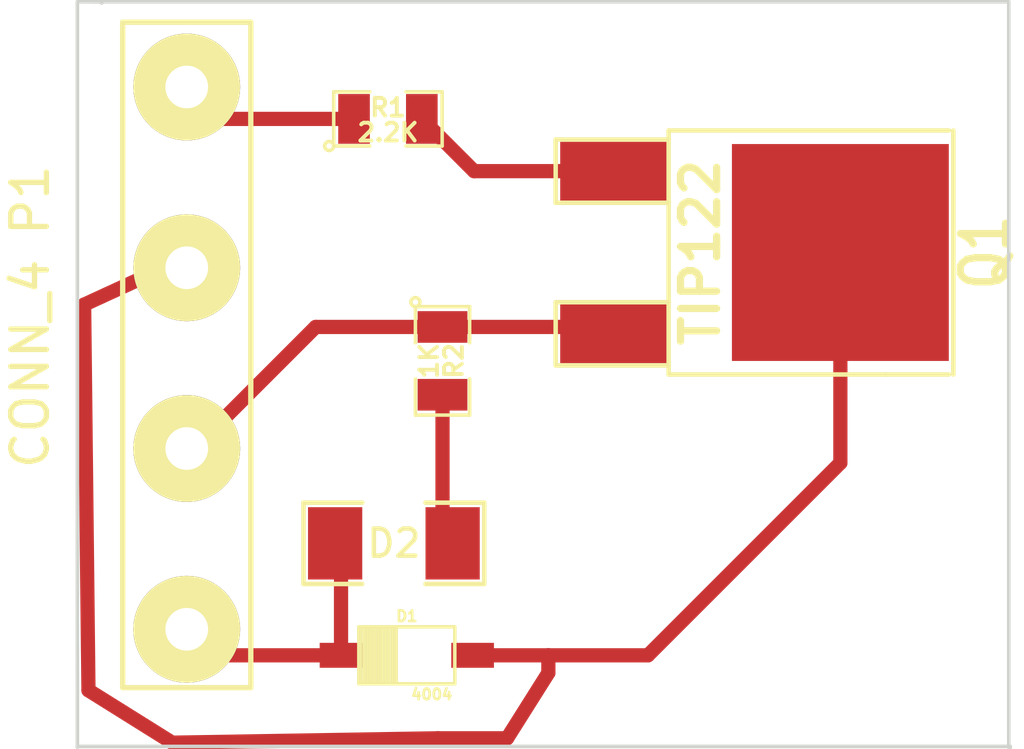
<source format=kicad_pcb>
(kicad_pcb (version 3) (host pcbnew "(2013-07-07 BZR 4022)-stable")

  (general
    (links 9)
    (no_connects 0)
    (area 14.587 18.618999 43.23188 39.681621)
    (thickness 1.6)
    (drawings 7)
    (tracks 26)
    (zones 0)
    (modules 6)
    (nets 7)
  )

  (page A3)
  (layers
    (15 F.Cu signal)
    (0 B.Cu signal)
    (16 B.Adhes user)
    (17 F.Adhes user)
    (18 B.Paste user)
    (19 F.Paste user)
    (20 B.SilkS user)
    (21 F.SilkS user)
    (22 B.Mask user)
    (23 F.Mask user)
    (24 Dwgs.User user)
    (25 Cmts.User user)
    (26 Eco1.User user)
    (27 Eco2.User user)
    (28 Edge.Cuts user)
  )

  (setup
    (last_trace_width 0.4)
    (trace_clearance 0.25)
    (zone_clearance 0.508)
    (zone_45_only no)
    (trace_min 0.254)
    (segment_width 0.2)
    (edge_width 0.1)
    (via_size 1.27)
    (via_drill 0.635)
    (via_min_size 1.27)
    (via_min_drill 0.508)
    (uvia_size 0.508)
    (uvia_drill 0.127)
    (uvias_allowed no)
    (uvia_min_size 0.508)
    (uvia_min_drill 0.127)
    (pcb_text_width 0.3)
    (pcb_text_size 1.5 1.5)
    (mod_edge_width 0.15)
    (mod_text_size 1 1)
    (mod_text_width 0.15)
    (pad_size 3 3)
    (pad_drill 1.2)
    (pad_to_mask_clearance 0)
    (aux_axis_origin 0 0)
    (visible_elements 7FFFFFFF)
    (pcbplotparams
      (layerselection 268468225)
      (usegerberextensions true)
      (excludeedgelayer true)
      (linewidth 0.150000)
      (plotframeref false)
      (viasonmask false)
      (mode 1)
      (useauxorigin false)
      (hpglpennumber 1)
      (hpglpenspeed 20)
      (hpglpendiameter 15)
      (hpglpenoverlay 2)
      (psnegative false)
      (psa4output false)
      (plotreference true)
      (plotvalue true)
      (plotothertext true)
      (plotinvisibletext false)
      (padsonsilk false)
      (subtractmaskfromsilk false)
      (outputformat 1)
      (mirror false)
      (drillshape 0)
      (scaleselection 1)
      (outputdirectory "//psf/Home/Documents/Lettuce Buddy HW/LadyBug Hydro/Ladybug Pump/GerbersFromKicad/8th Try/"))
  )

  (net 0 "")
  (net 1 +12V)
  (net 2 /ARD)
  (net 3 /Switch)
  (net 4 GND)
  (net 5 N-000002)
  (net 6 N-000005)

  (net_class Default "This is the default net class."
    (clearance 0.25)
    (trace_width 0.4)
    (via_dia 1.27)
    (via_drill 0.635)
    (uvia_dia 0.508)
    (uvia_drill 0.127)
    (add_net "")
    (add_net +12V)
    (add_net /ARD)
    (add_net /Switch)
    (add_net GND)
    (add_net N-000002)
    (add_net N-000005)
  )

  (module SOD-123 (layer F.Cu) (tedit 4C3ED0DD) (tstamp 54F98A18)
    (at 25.9969 37.03574 180)
    (path /54F97DFE)
    (fp_text reference D1 (at 0 1.09982 180) (layer F.SilkS)
      (effects (font (size 0.29972 0.29972) (thickness 0.0762)))
    )
    (fp_text value 4004 (at -0.70104 -1.09982 180) (layer F.SilkS)
      (effects (font (size 0.29972 0.29972) (thickness 0.0762)))
    )
    (fp_line (start 0.29972 -0.8001) (end 0.29972 0.8001) (layer F.SilkS) (width 0.09906))
    (fp_line (start 0.39878 -0.8001) (end 0.39878 0.8001) (layer F.SilkS) (width 0.09906))
    (fp_line (start 0.50038 0.8001) (end 0.50038 -0.8001) (layer F.SilkS) (width 0.09906))
    (fp_line (start 0.59944 -0.8001) (end 0.59944 0.8001) (layer F.SilkS) (width 0.09906))
    (fp_line (start 0.70104 0.8001) (end 0.70104 -0.8001) (layer F.SilkS) (width 0.09906))
    (fp_line (start 1.30048 -0.8001) (end 1.30048 0.7493) (layer F.SilkS) (width 0.09906))
    (fp_line (start 1.19888 0.8001) (end 1.19888 -0.8001) (layer F.SilkS) (width 0.09906))
    (fp_line (start 1.09982 0.8001) (end 1.09982 -0.8001) (layer F.SilkS) (width 0.09906))
    (fp_line (start 1.00076 -0.8001) (end 1.00076 0.8001) (layer F.SilkS) (width 0.09906))
    (fp_line (start 0.89916 0.8001) (end 0.89916 -0.8001) (layer F.SilkS) (width 0.09906))
    (fp_line (start 0.8001 -0.8001) (end 0.8001 0.8001) (layer F.SilkS) (width 0.09906))
    (fp_line (start -1.34874 -0.8001) (end 1.34874 -0.8001) (layer F.SilkS) (width 0.09906))
    (fp_line (start 1.34874 -0.8001) (end 1.34874 0.8001) (layer F.SilkS) (width 0.09906))
    (fp_line (start 1.34874 0.8001) (end -1.34874 0.8001) (layer F.SilkS) (width 0.09906))
    (fp_line (start -1.34874 0.8001) (end -1.34874 -0.8001) (layer F.SilkS) (width 0.09906))
    (pad 1 smd rect (at -1.84912 0 180) (size 1.19888 0.70104)
      (layers F.Cu F.Paste F.Mask)
      (net 3 /Switch)
      (clearance 0.14986)
    )
    (pad 2 smd rect (at 1.84912 0 180) (size 1.19888 0.70104)
      (layers F.Cu F.Paste F.Mask)
      (net 1 +12V)
      (clearance 0.14986)
    )
  )

  (module SM1206 (layer F.Cu) (tedit 42806E24) (tstamp 54F98A24)
    (at 25.63368 33.88868)
    (path /54F9896B)
    (attr smd)
    (fp_text reference D2 (at 0 0) (layer F.SilkS)
      (effects (font (size 0.762 0.762) (thickness 0.127)))
    )
    (fp_text value LED (at 0 0) (layer F.SilkS) hide
      (effects (font (size 0.762 0.762) (thickness 0.127)))
    )
    (fp_line (start -2.54 -1.143) (end -2.54 1.143) (layer F.SilkS) (width 0.127))
    (fp_line (start -2.54 1.143) (end -0.889 1.143) (layer F.SilkS) (width 0.127))
    (fp_line (start 0.889 -1.143) (end 2.54 -1.143) (layer F.SilkS) (width 0.127))
    (fp_line (start 2.54 -1.143) (end 2.54 1.143) (layer F.SilkS) (width 0.127))
    (fp_line (start 2.54 1.143) (end 0.889 1.143) (layer F.SilkS) (width 0.127))
    (fp_line (start -0.889 -1.143) (end -2.54 -1.143) (layer F.SilkS) (width 0.127))
    (pad 1 smd rect (at -1.651 0) (size 1.524 2.032)
      (layers F.Cu F.Paste F.Mask)
      (net 1 +12V)
    )
    (pad 2 smd rect (at 1.651 0) (size 1.524 2.032)
      (layers F.Cu F.Paste F.Mask)
      (net 5 N-000002)
    )
    (model smd/chip_cms.wrl
      (at (xyz 0 0 0))
      (scale (xyz 0.17 0.16 0.16))
      (rotate (xyz 0 0 0))
    )
  )

  (module SM0805 (layer F.Cu) (tedit 5091495C) (tstamp 54F98A31)
    (at 25.46604 21.96084)
    (path /54F97DF8)
    (attr smd)
    (fp_text reference R1 (at 0 -0.3175) (layer F.SilkS)
      (effects (font (size 0.50038 0.50038) (thickness 0.10922)))
    )
    (fp_text value 2.2K (at 0 0.381) (layer F.SilkS)
      (effects (font (size 0.50038 0.50038) (thickness 0.10922)))
    )
    (fp_circle (center -1.651 0.762) (end -1.651 0.635) (layer F.SilkS) (width 0.09906))
    (fp_line (start -0.508 0.762) (end -1.524 0.762) (layer F.SilkS) (width 0.09906))
    (fp_line (start -1.524 0.762) (end -1.524 -0.762) (layer F.SilkS) (width 0.09906))
    (fp_line (start -1.524 -0.762) (end -0.508 -0.762) (layer F.SilkS) (width 0.09906))
    (fp_line (start 0.508 -0.762) (end 1.524 -0.762) (layer F.SilkS) (width 0.09906))
    (fp_line (start 1.524 -0.762) (end 1.524 0.762) (layer F.SilkS) (width 0.09906))
    (fp_line (start 1.524 0.762) (end 0.508 0.762) (layer F.SilkS) (width 0.09906))
    (pad 1 smd rect (at -0.9525 0) (size 0.889 1.397)
      (layers F.Cu F.Paste F.Mask)
      (net 2 /ARD)
    )
    (pad 2 smd rect (at 0.9525 0) (size 0.889 1.397)
      (layers F.Cu F.Paste F.Mask)
      (net 6 N-000005)
    )
    (model smd/chip_cms.wrl
      (at (xyz 0 0 0))
      (scale (xyz 0.1 0.1 0.1))
      (rotate (xyz 0 0 0))
    )
  )

  (module SM0805 (layer F.Cu) (tedit 5091495C) (tstamp 54F98A3E)
    (at 27.0002 28.76042 270)
    (path /54F98971)
    (attr smd)
    (fp_text reference R2 (at 0 -0.3175 270) (layer F.SilkS)
      (effects (font (size 0.50038 0.50038) (thickness 0.10922)))
    )
    (fp_text value 1K (at 0 0.381 270) (layer F.SilkS)
      (effects (font (size 0.50038 0.50038) (thickness 0.10922)))
    )
    (fp_circle (center -1.651 0.762) (end -1.651 0.635) (layer F.SilkS) (width 0.09906))
    (fp_line (start -0.508 0.762) (end -1.524 0.762) (layer F.SilkS) (width 0.09906))
    (fp_line (start -1.524 0.762) (end -1.524 -0.762) (layer F.SilkS) (width 0.09906))
    (fp_line (start -1.524 -0.762) (end -0.508 -0.762) (layer F.SilkS) (width 0.09906))
    (fp_line (start 0.508 -0.762) (end 1.524 -0.762) (layer F.SilkS) (width 0.09906))
    (fp_line (start 1.524 -0.762) (end 1.524 0.762) (layer F.SilkS) (width 0.09906))
    (fp_line (start 1.524 0.762) (end 0.508 0.762) (layer F.SilkS) (width 0.09906))
    (pad 1 smd rect (at -0.9525 0 270) (size 0.889 1.397)
      (layers F.Cu F.Paste F.Mask)
      (net 4 GND)
    )
    (pad 2 smd rect (at 0.9525 0 270) (size 0.889 1.397)
      (layers F.Cu F.Paste F.Mask)
      (net 5 N-000002)
    )
    (model smd/chip_cms.wrl
      (at (xyz 0 0 0))
      (scale (xyz 0.1 0.1 0.1))
      (rotate (xyz 0 0 0))
    )
  )

  (module DPAK2 (layer F.Cu) (tedit 451BAACE) (tstamp 54FDF08E)
    (at 31.83128 25.71496 270)
    (descr "MOS boitier DPACK G-D-S")
    (tags "CMD DPACK")
    (path /54F97DF2)
    (attr smd)
    (fp_text reference Q1 (at 0 -10.414 270) (layer F.SilkS)
      (effects (font (size 1.27 1.016) (thickness 0.2032)))
    )
    (fp_text value TIP122 (at 0 -2.413 270) (layer F.SilkS)
      (effects (font (size 1.016 1.016) (thickness 0.2032)))
    )
    (fp_line (start 1.397 -1.524) (end 1.397 1.651) (layer F.SilkS) (width 0.127))
    (fp_line (start 1.397 1.651) (end 3.175 1.651) (layer F.SilkS) (width 0.127))
    (fp_line (start 3.175 1.651) (end 3.175 -1.524) (layer F.SilkS) (width 0.127))
    (fp_line (start -3.175 -1.524) (end -3.175 1.651) (layer F.SilkS) (width 0.127))
    (fp_line (start -3.175 1.651) (end -1.397 1.651) (layer F.SilkS) (width 0.127))
    (fp_line (start -1.397 1.651) (end -1.397 -1.524) (layer F.SilkS) (width 0.127))
    (fp_line (start 3.429 -7.62) (end 3.429 -1.524) (layer F.SilkS) (width 0.127))
    (fp_line (start 3.429 -1.524) (end -3.429 -1.524) (layer F.SilkS) (width 0.127))
    (fp_line (start -3.429 -1.524) (end -3.429 -9.398) (layer F.SilkS) (width 0.127))
    (fp_line (start -3.429 -9.525) (end 3.429 -9.525) (layer F.SilkS) (width 0.127))
    (fp_line (start 3.429 -9.398) (end 3.429 -7.62) (layer F.SilkS) (width 0.127))
    (pad 1 smd rect (at -2.286 0 270) (size 1.651 3.048)
      (layers F.Cu F.Paste F.Mask)
      (net 6 N-000005)
    )
    (pad 2 smd rect (at 0 -6.35 270) (size 6.096 6.096)
      (layers F.Cu F.Paste F.Mask)
      (net 3 /Switch)
    )
    (pad 3 smd rect (at 2.286 0 270) (size 1.651 3.048)
      (layers F.Cu F.Paste F.Mask)
      (net 4 GND)
    )
    (model smd/dpack_2.wrl
      (at (xyz 0 0 0))
      (scale (xyz 1 1 1))
      (rotate (xyz 0 0 0))
    )
  )

  (module LB_CONN_WIDE_4 (layer F.Cu) (tedit 5501836B) (tstamp 550183CE)
    (at 19.812 26.14422 270)
    (path /54F98004)
    (fp_text reference P1 (at -1.9 4.4 270) (layer F.SilkS)
      (effects (font (size 1 1) (thickness 0.15)))
    )
    (fp_text value CONN_4 (at 2.7 4.4 270) (layer F.SilkS)
      (effects (font (size 1 1) (thickness 0.15)))
    )
    (fp_line (start -6.9 -1.8) (end 11.8 -1.8) (layer F.SilkS) (width 0.15))
    (fp_line (start 11.8 -1.8) (end 11.8 1.8) (layer F.SilkS) (width 0.15))
    (fp_line (start 11.8 1.8) (end -6.9 1.8) (layer F.SilkS) (width 0.15))
    (fp_line (start -6.9 1.8) (end -6.9 -1.8) (layer F.SilkS) (width 0.15))
    (pad 1 thru_hole circle (at -5.08 0 270) (size 3 3) (drill 1.2)
      (layers *.Cu *.Mask F.SilkS)
      (net 2 /ARD)
    )
    (pad 2 thru_hole circle (at 0 0 270) (size 3 3) (drill 1.2)
      (layers *.Cu *.Mask F.SilkS)
      (net 3 /Switch)
    )
    (pad 3 thru_hole circle (at 5.08 0 270) (size 3 3) (drill 1.2)
      (layers *.Cu *.Mask F.SilkS)
      (net 4 GND)
    )
    (pad 4 thru_hole circle (at 10.16 0 270) (size 3 3) (drill 1.2)
      (layers *.Cu *.Mask F.SilkS)
      (net 1 +12V)
    )
  )

  (gr_line (start 42.95648 39.59606) (end 42.95648 39.63162) (angle 90) (layer Edge.Cuts) (width 0.1))
  (gr_line (start 16.73098 39.59606) (end 42.95648 39.59606) (angle 90) (layer Edge.Cuts) (width 0.1))
  (gr_line (start 17.4244 18.669) (end 17.4244 18.7071) (angle 90) (layer Edge.Cuts) (width 0.1))
  (gr_line (start 16.7386 18.669) (end 17.4244 18.669) (angle 90) (layer Edge.Cuts) (width 0.1))
  (gr_line (start 16.7386 39.624) (end 16.7386 18.669) (angle 90) (layer Edge.Cuts) (width 0.1))
  (gr_line (start 42.9133 18.669) (end 42.9133 39.624) (angle 90) (layer Edge.Cuts) (width 0.1))
  (gr_line (start 17.1196 18.669) (end 42.9133 18.669) (angle 90) (layer Edge.Cuts) (width 0.1))

  (segment (start 24.14778 37.03574) (end 20.72386 37.03574) (width 0.4) (layer F.Cu) (net 1))
  (segment (start 20.72386 37.03574) (end 20.00504 36.31692) (width 0.4) (layer F.Cu) (net 1) (tstamp 54FDF31F))
  (segment (start 24.14778 37.03574) (end 24.14778 34.05378) (width 0.4) (layer F.Cu) (net 1))
  (segment (start 24.14778 34.05378) (end 23.98268 33.88868) (width 0.4) (layer F.Cu) (net 1) (tstamp 54FDF31C))
  (segment (start 24.51354 21.96084) (end 20.88896 21.96084) (width 0.4) (layer F.Cu) (net 2))
  (segment (start 20.88896 21.96084) (end 20.00504 21.07692) (width 0.4) (layer F.Cu) (net 2) (tstamp 54FDF300))
  (segment (start 26.867688 39.36746) (end 28.815795 39.36746) (width 0.4) (layer F.Cu) (net 3))
  (segment (start 29.97454 37.53003) (end 29.97454 37.03574) (width 0.4) (layer F.Cu) (net 3) (tstamp 5501842D))
  (segment (start 28.815795 39.36746) (end 29.97454 37.53003) (width 0.4) (layer F.Cu) (net 3) (tstamp 5501842C))
  (segment (start 27.84602 37.03574) (end 29.97454 37.03574) (width 0.4) (layer F.Cu) (net 3) (status 400000))
  (segment (start 29.97454 37.03574) (end 32.77362 37.03574) (width 0.4) (layer F.Cu) (net 3) (tstamp 55018430))
  (segment (start 32.77362 37.03574) (end 38.18128 31.62808) (width 0.4) (layer F.Cu) (net 3) (tstamp 55018421))
  (segment (start 38.18128 31.62808) (end 38.18128 25.71496) (width 0.4) (layer F.Cu) (net 3) (tstamp 55018426) (status 800000))
  (segment (start 20.00504 26.15692) (end 19.15414 26.15692) (width 0.4) (layer F.Cu) (net 3))
  (segment (start 19.402906 39.491224) (end 26.867688 39.36746) (width 0.4) (layer F.Cu) (net 3) (tstamp 54FDF326))
  (segment (start 17.049816 38.019875) (end 19.402906 39.491224) (width 0.4) (layer F.Cu) (net 3) (tstamp 54FDF324))
  (segment (start 16.92805 27.179851) (end 17.049816 38.019875) (width 0.4) (layer F.Cu) (net 3) (tstamp 54FDF323))
  (segment (start 19.15414 26.15692) (end 16.92805 27.179851) (width 0.4) (layer F.Cu) (net 3) (tstamp 54FDF322))
  (segment (start 27.0002 27.80792) (end 31.63824 27.80792) (width 0.4) (layer F.Cu) (net 4))
  (segment (start 31.63824 27.80792) (end 31.83128 28.00096) (width 0.4) (layer F.Cu) (net 4) (tstamp 54FDF390))
  (segment (start 27.0002 27.80792) (end 23.43404 27.80792) (width 0.4) (layer F.Cu) (net 4))
  (segment (start 23.43404 27.80792) (end 20.00504 31.23692) (width 0.4) (layer F.Cu) (net 4) (tstamp 54FDF30F))
  (segment (start 27.0002 29.71292) (end 27.0002 33.6042) (width 0.4) (layer F.Cu) (net 5))
  (segment (start 27.0002 33.6042) (end 27.28468 33.88868) (width 0.4) (layer F.Cu) (net 5) (tstamp 54FDF313))
  (segment (start 31.83128 23.42896) (end 27.88666 23.42896) (width 0.4) (layer F.Cu) (net 6))
  (segment (start 27.88666 23.42896) (end 26.41854 21.96084) (width 0.4) (layer F.Cu) (net 6) (tstamp 54FDF394))

)

</source>
